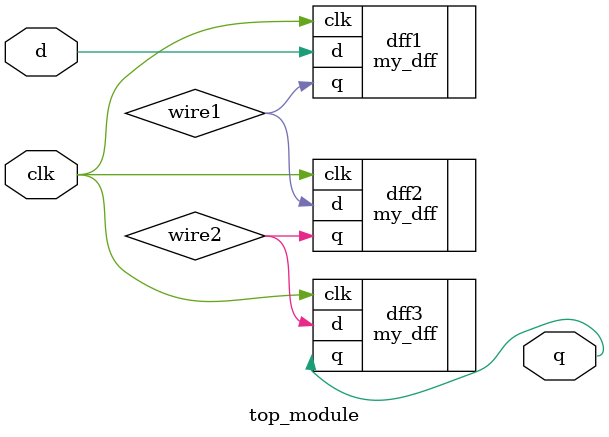
<source format=v>
module top_module ( input clk, input d, output q );
    wire wire1, wire2;
    my_dff dff1(.clk(clk), .d(d), .q(wire1));
    my_dff dff2(.clk(clk), .d(wire1), .q(wire2));
    my_dff dff3(.clk(clk), .d(wire2), .q(q));
endmodule

</source>
